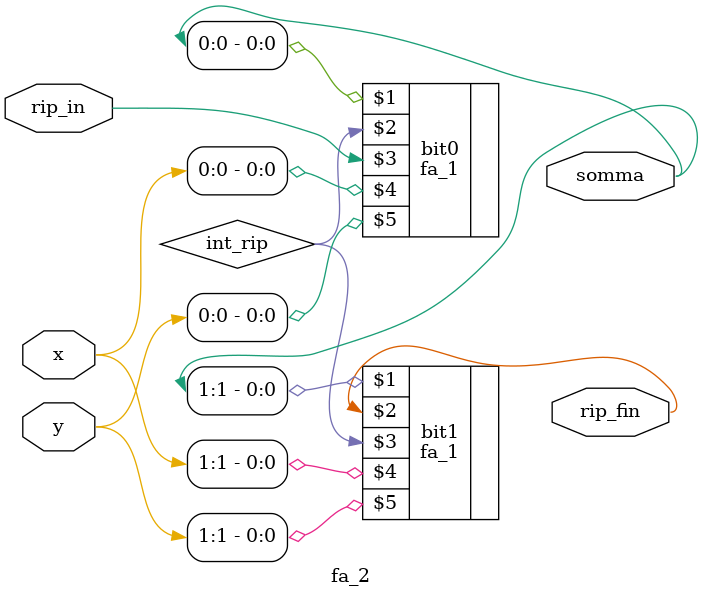
<source format=v>
module fa_2(output [1:0]somma, output rip_fin, input rip_in,input [1:0]x, input [1:0]y);
    //creo un output intermedio che sarà il mio riporto del primo full adder
    wire int_rip;
    //Ho 2 numeri da due bit, quindi semplicemente richiamo 2 volte 2 moduli da 1 
    //costruiti precedentemente e li uso:
    fa_1 bit0(somma[0],int_rip,rip_in,x[0],y[0]);
    fa_1 bit1(somma[1],rip_fin,int_rip,x[1],y[1]);
endmodule
</source>
